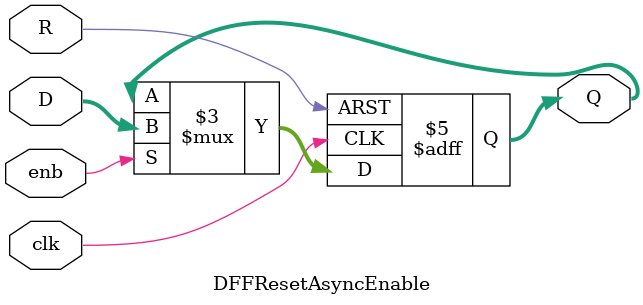
<source format=v>
`timescale 1ns / 1ps


module DFlipFlop(
    input clk,
    input [3:0] D,
    input R,
    input Enb,
    output [3:0] Q,
    output [3:0] Qrs,
    output [3:0] Qra,
    output [3:0] Qrae
    );
    
    DFF fflop (clk, D, Q);
    DFFResetSync fflopRs (clk, D, R, Qrs);
    DFFResetAsync fflopRa (clk, D, R, Qra);
    DFFResetAsyncEnable fflopRae (clk, D, R, Enb, Qrae);

endmodule

      
    // NOTE 0: Inside an 'alwaya block" the `assign` statement is NOT used
    // instead `<=` , a Non-Blocking assignment is used
    // the `assign .. = ..` is a Blocking assignment
      
    // NOTE 1: Q (LHS) must be a reg type or integer/time/genvar
    
    // NOTE 2: the `input` and `ouput` are implicitly of wire types. The `wire` is
    // ommited for convinience. So we could write `input wire clk, output wire out`
    // the input and output simply dennotes the direction of the wire.
    
    // SIDENOTE: all LHS of an `assign .. = ..` statement MUST be of a `wire` type


module DFF(
    input clk,
    input [3:0] D,
    output reg [3:0] Q
    );
    
    always @(posedge clk)
        Q <= D; // reads "Q gets D"
      
endmodule

module DFFResetSync(
    input clk,
    input [3:0] D,
    input R, // reset 
    output reg [3:0] Q
    );
    
    always @(posedge clk)
        if(R == 1'b1)
            Q <= 4'b0000;
        else
            Q <= D;
      
endmodule

module DFFResetAsync(
    input clk,
    input [3:0] D,
    input R, // reset 
    output reg [3:0] Q
    );
    
    always @(posedge clk or posedge R)
        if(R == 1'b1)
            Q <= 4'b0000;
        else
            Q <= D;
      
endmodule

module DFFResetAsyncEnable(
    input clk,
    input [3:0] D,
    input R, // reset signal
    input enb, // enable signal
    output reg [3:0] Q
    );
    
    always @(posedge clk or posedge R)
    begin
        if(R == 1'b1)
            Q <= 4'b0000;
        else if (enb)
            Q <= D;
    end  
endmodule

</source>
